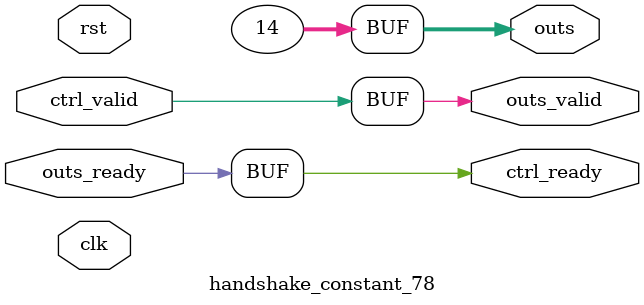
<source format=v>
`timescale 1ns / 1ps
module handshake_constant_78 #(
  parameter DATA_WIDTH = 32  // Default set to 32 bits
) (
  input                       clk,
  input                       rst,
  // Input Channel
  input                       ctrl_valid,
  output                      ctrl_ready,
  // Output Channel
  output [DATA_WIDTH - 1 : 0] outs,
  output                      outs_valid,
  input                       outs_ready
);
  assign outs       = 5'b01110;
  assign outs_valid = ctrl_valid;
  assign ctrl_ready = outs_ready;

endmodule

</source>
